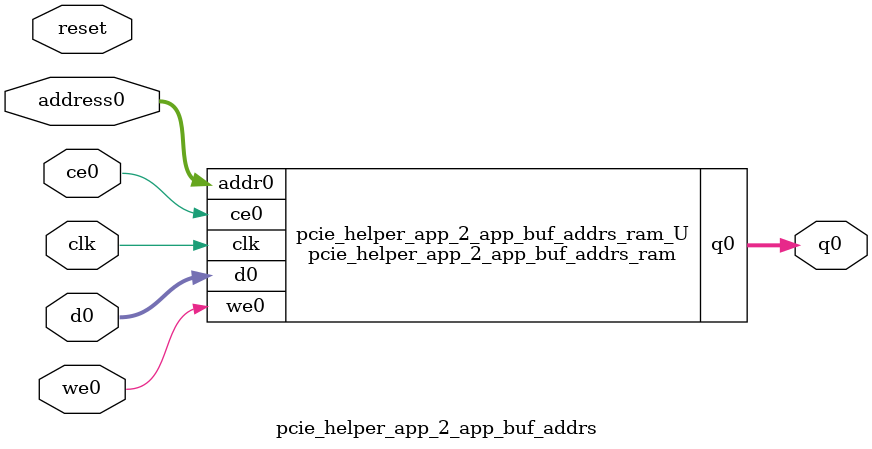
<source format=v>

`timescale 1 ns / 1 ps
module pcie_helper_app_2_app_buf_addrs_ram (addr0, ce0, d0, we0, q0,  clk);

parameter DWIDTH = 64;
parameter AWIDTH = 3;
parameter MEM_SIZE = 8;

input[AWIDTH-1:0] addr0;
input ce0;
input[DWIDTH-1:0] d0;
input we0;
output reg[DWIDTH-1:0] q0;
input clk;

(* ram_style = "distributed" *)reg [DWIDTH-1:0] ram[0:MEM_SIZE-1];




always @(posedge clk)  
begin 
    if (ce0) 
    begin
        if (we0) 
        begin 
            ram[addr0] <= d0; 
            q0 <= d0;
        end 
        else 
            q0 <= ram[addr0];
    end
end


endmodule


`timescale 1 ns / 1 ps
module pcie_helper_app_2_app_buf_addrs(
    reset,
    clk,
    address0,
    ce0,
    we0,
    d0,
    q0);

parameter DataWidth = 32'd64;
parameter AddressRange = 32'd8;
parameter AddressWidth = 32'd3;
input reset;
input clk;
input[AddressWidth - 1:0] address0;
input ce0;
input we0;
input[DataWidth - 1:0] d0;
output[DataWidth - 1:0] q0;



pcie_helper_app_2_app_buf_addrs_ram pcie_helper_app_2_app_buf_addrs_ram_U(
    .clk( clk ),
    .addr0( address0 ),
    .ce0( ce0 ),
    .d0( d0 ),
    .we0( we0 ),
    .q0( q0 ));

endmodule


</source>
